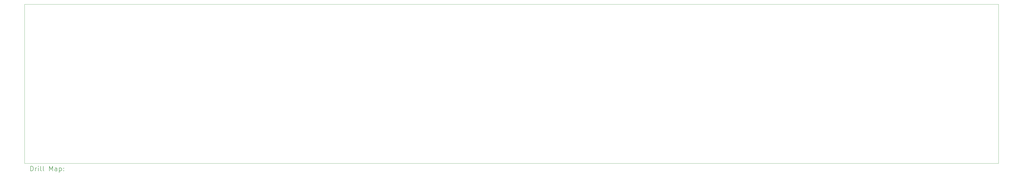
<source format=gbr>
%FSLAX45Y45*%
G04 Gerber Fmt 4.5, Leading zero omitted, Abs format (unit mm)*
G04 Created by KiCad (PCBNEW 6.0.5+dfsg-1~bpo11+1) date 2022-08-13 18:52:41*
%MOMM*%
%LPD*%
G01*
G04 APERTURE LIST*
%TA.AperFunction,Profile*%
%ADD10C,0.100000*%
%TD*%
%ADD11C,0.200000*%
G04 APERTURE END LIST*
D10*
X41783000Y-16510000D02*
X41783000Y-9906000D01*
X1397000Y-9906000D02*
X1397000Y-16510000D01*
X1397000Y-16510000D02*
X41783000Y-16510000D01*
X41783000Y-9906000D02*
X1397000Y-9906000D01*
D11*
X1649619Y-16825476D02*
X1649619Y-16625476D01*
X1697238Y-16625476D01*
X1725809Y-16635000D01*
X1744857Y-16654048D01*
X1754381Y-16673095D01*
X1763905Y-16711190D01*
X1763905Y-16739762D01*
X1754381Y-16777857D01*
X1744857Y-16796905D01*
X1725809Y-16815952D01*
X1697238Y-16825476D01*
X1649619Y-16825476D01*
X1849619Y-16825476D02*
X1849619Y-16692143D01*
X1849619Y-16730238D02*
X1859143Y-16711190D01*
X1868667Y-16701667D01*
X1887714Y-16692143D01*
X1906762Y-16692143D01*
X1973428Y-16825476D02*
X1973428Y-16692143D01*
X1973428Y-16625476D02*
X1963905Y-16635000D01*
X1973428Y-16644524D01*
X1982952Y-16635000D01*
X1973428Y-16625476D01*
X1973428Y-16644524D01*
X2097238Y-16825476D02*
X2078190Y-16815952D01*
X2068667Y-16796905D01*
X2068667Y-16625476D01*
X2202000Y-16825476D02*
X2182952Y-16815952D01*
X2173429Y-16796905D01*
X2173429Y-16625476D01*
X2430571Y-16825476D02*
X2430571Y-16625476D01*
X2497238Y-16768333D01*
X2563905Y-16625476D01*
X2563905Y-16825476D01*
X2744857Y-16825476D02*
X2744857Y-16720714D01*
X2735333Y-16701667D01*
X2716286Y-16692143D01*
X2678190Y-16692143D01*
X2659143Y-16701667D01*
X2744857Y-16815952D02*
X2725810Y-16825476D01*
X2678190Y-16825476D01*
X2659143Y-16815952D01*
X2649619Y-16796905D01*
X2649619Y-16777857D01*
X2659143Y-16758809D01*
X2678190Y-16749286D01*
X2725810Y-16749286D01*
X2744857Y-16739762D01*
X2840095Y-16692143D02*
X2840095Y-16892143D01*
X2840095Y-16701667D02*
X2859143Y-16692143D01*
X2897238Y-16692143D01*
X2916286Y-16701667D01*
X2925809Y-16711190D01*
X2935333Y-16730238D01*
X2935333Y-16787381D01*
X2925809Y-16806429D01*
X2916286Y-16815952D01*
X2897238Y-16825476D01*
X2859143Y-16825476D01*
X2840095Y-16815952D01*
X3021048Y-16806429D02*
X3030571Y-16815952D01*
X3021048Y-16825476D01*
X3011524Y-16815952D01*
X3021048Y-16806429D01*
X3021048Y-16825476D01*
X3021048Y-16701667D02*
X3030571Y-16711190D01*
X3021048Y-16720714D01*
X3011524Y-16711190D01*
X3021048Y-16701667D01*
X3021048Y-16720714D01*
M02*

</source>
